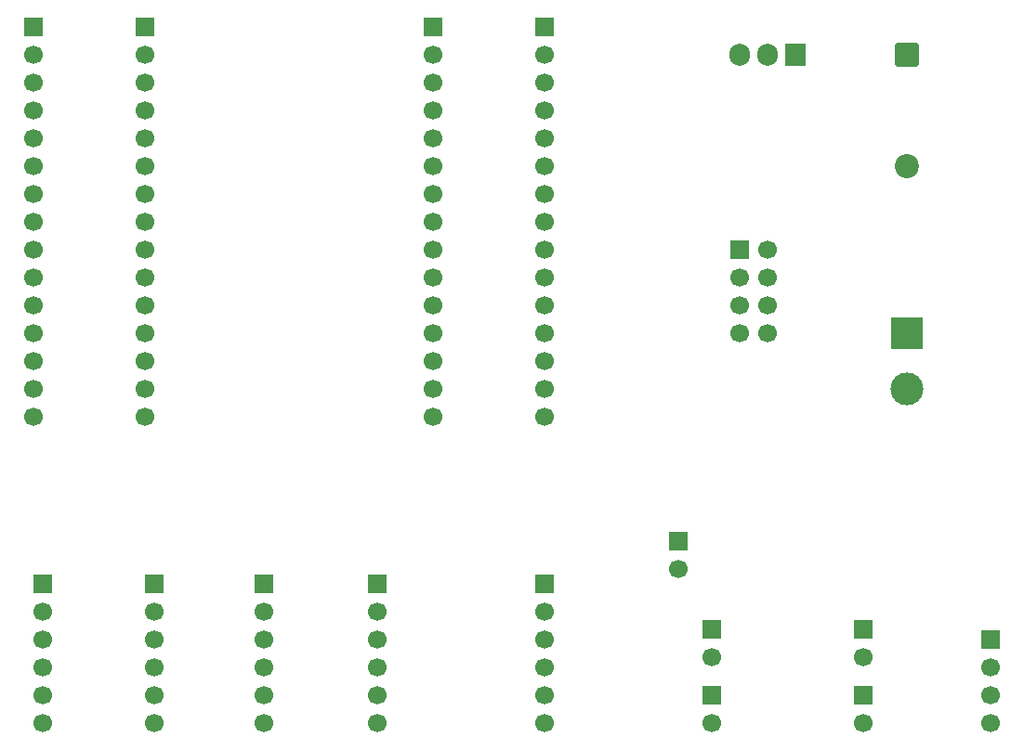
<source format=gbr>
%TF.GenerationSoftware,KiCad,Pcbnew,9.0.2*%
%TF.CreationDate,2025-06-20T14:16:00-03:00*%
%TF.ProjectId,rome,726f6d65-2e6b-4696-9361-645f70636258,0.1*%
%TF.SameCoordinates,Original*%
%TF.FileFunction,Copper,L2,Bot*%
%TF.FilePolarity,Positive*%
%FSLAX46Y46*%
G04 Gerber Fmt 4.6, Leading zero omitted, Abs format (unit mm)*
G04 Created by KiCad (PCBNEW 9.0.2) date 2025-06-20 14:16:00*
%MOMM*%
%LPD*%
G01*
G04 APERTURE LIST*
G04 Aperture macros list*
%AMRoundRect*
0 Rectangle with rounded corners*
0 $1 Rounding radius*
0 $2 $3 $4 $5 $6 $7 $8 $9 X,Y pos of 4 corners*
0 Add a 4 corners polygon primitive as box body*
4,1,4,$2,$3,$4,$5,$6,$7,$8,$9,$2,$3,0*
0 Add four circle primitives for the rounded corners*
1,1,$1+$1,$2,$3*
1,1,$1+$1,$4,$5*
1,1,$1+$1,$6,$7*
1,1,$1+$1,$8,$9*
0 Add four rect primitives between the rounded corners*
20,1,$1+$1,$2,$3,$4,$5,0*
20,1,$1+$1,$4,$5,$6,$7,0*
20,1,$1+$1,$6,$7,$8,$9,0*
20,1,$1+$1,$8,$9,$2,$3,0*%
G04 Aperture macros list end*
%TA.AperFunction,ComponentPad*%
%ADD10R,3.000000X3.000000*%
%TD*%
%TA.AperFunction,ComponentPad*%
%ADD11C,3.000000*%
%TD*%
%TA.AperFunction,ComponentPad*%
%ADD12R,1.700000X1.700000*%
%TD*%
%TA.AperFunction,ComponentPad*%
%ADD13C,1.700000*%
%TD*%
%TA.AperFunction,ComponentPad*%
%ADD14R,1.905000X2.000000*%
%TD*%
%TA.AperFunction,ComponentPad*%
%ADD15O,1.905000X2.000000*%
%TD*%
%TA.AperFunction,ComponentPad*%
%ADD16RoundRect,0.249999X-0.850001X0.850001X-0.850001X-0.850001X0.850001X-0.850001X0.850001X0.850001X0*%
%TD*%
%TA.AperFunction,ComponentPad*%
%ADD17C,2.200000*%
%TD*%
G04 APERTURE END LIST*
D10*
%TO.P,J1,1,Pin_1*%
%TO.N,VCC*%
X182880000Y-101600000D03*
D11*
%TO.P,J1,2,Pin_2*%
%TO.N,GND*%
X182880000Y-106680000D03*
%TD*%
D12*
%TO.P,HV1,1,Pin_1*%
%TO.N,HV1*%
X124300000Y-124460000D03*
D13*
%TO.P,HV1,2,Pin_2*%
%TO.N,HV2*%
X124300000Y-127000000D03*
%TO.P,HV1,3,Pin_3*%
%TO.N,+5V*%
X124300000Y-129540000D03*
%TO.P,HV1,4,Pin_4*%
%TO.N,GND*%
X124300000Y-132080000D03*
%TO.P,HV1,5,Pin_5*%
%TO.N,HV3*%
X124300000Y-134620000D03*
%TO.P,HV1,6,Pin_6*%
%TO.N,HV4*%
X124300000Y-137160000D03*
%TD*%
D12*
%TO.P,LVE1,1,Pin_1*%
%TO.N,LV1*%
X104140000Y-124460000D03*
D13*
%TO.P,LVE1,2,Pin_2*%
%TO.N,LV2*%
X104140000Y-127000000D03*
%TO.P,LVE1,3,Pin_3*%
%TO.N,+3.3V*%
X104140000Y-129540000D03*
%TO.P,LVE1,4,Pin_4*%
%TO.N,GND*%
X104140000Y-132080000D03*
%TO.P,LVE1,5,Pin_5*%
%TO.N,LV3*%
X104140000Y-134620000D03*
%TO.P,LVE1,6,Pin_6*%
%TO.N,LV4*%
X104140000Y-137160000D03*
%TD*%
D12*
%TO.P,DEVE1,1,Pin_1*%
%TO.N,+5V*%
X149860000Y-73660000D03*
D13*
%TO.P,DEVE1,2,Pin_2*%
%TO.N,GND*%
X149860000Y-76200000D03*
%TO.P,DEVE1,3,Pin_3*%
%TO.N,D13*%
X149860000Y-78740000D03*
%TO.P,DEVE1,4,Pin_4*%
%TO.N,D12*%
X149860000Y-81280000D03*
%TO.P,DEVE1,5,Pin_5*%
%TO.N,D14*%
X149860000Y-83820000D03*
%TO.P,DEVE1,6,Pin_6*%
%TO.N,D27*%
X149860000Y-86360000D03*
%TO.P,DEVE1,7,Pin_7*%
%TO.N,D26*%
X149860000Y-88900000D03*
%TO.P,DEVE1,8,Pin_8*%
%TO.N,D25*%
X149860000Y-91440000D03*
%TO.P,DEVE1,9,Pin_9*%
%TO.N,D33*%
X149860000Y-93980000D03*
%TO.P,DEVE1,10,Pin_10*%
%TO.N,D32*%
X149860000Y-96520000D03*
%TO.P,DEVE1,11,Pin_11*%
%TO.N,D35*%
X149860000Y-99060000D03*
%TO.P,DEVE1,12,Pin_12*%
%TO.N,D34*%
X149860000Y-101600000D03*
%TO.P,DEVE1,13,Pin_13*%
%TO.N,VN*%
X149860000Y-104140000D03*
%TO.P,DEVE1,14,Pin_14*%
%TO.N,VP*%
X149860000Y-106680000D03*
%TO.P,DEVE1,15,Pin_15*%
%TO.N,EN*%
X149860000Y-109220000D03*
%TD*%
D12*
%TO.P,HBE1,1,Pin_1*%
%TO.N,VIN*%
X149860000Y-124460000D03*
D13*
%TO.P,HBE1,2,Pin_2*%
%TO.N,GND*%
X149860000Y-127000000D03*
%TO.P,HBE1,3,Pin_3*%
%TO.N,IN1*%
X149860000Y-129540000D03*
%TO.P,HBE1,4,Pin_4*%
%TO.N,IN2*%
X149860000Y-132080000D03*
%TO.P,HBE1,5,Pin_5*%
%TO.N,IN3*%
X149860000Y-134620000D03*
%TO.P,HBE1,6,Pin_6*%
%TO.N,IN4*%
X149860000Y-137160000D03*
%TD*%
D12*
%TO.P,LV1,1,Pin_1*%
%TO.N,LV1*%
X114300000Y-124460000D03*
D13*
%TO.P,LV1,2,Pin_2*%
%TO.N,LV2*%
X114300000Y-127000000D03*
%TO.P,LV1,3,Pin_3*%
%TO.N,+3.3V*%
X114300000Y-129540000D03*
%TO.P,LV1,4,Pin_4*%
%TO.N,GND*%
X114300000Y-132080000D03*
%TO.P,LV1,5,Pin_5*%
%TO.N,LV3*%
X114300000Y-134620000D03*
%TO.P,LV1,6,Pin_6*%
%TO.N,LV4*%
X114300000Y-137160000D03*
%TD*%
D12*
%TO.P,HBOUT2,1,Pin_1*%
%TO.N,OUTB1*%
X178900000Y-134620000D03*
D13*
%TO.P,HBOUT2,2,Pin_2*%
%TO.N,OUTB2*%
X178900000Y-137160000D03*
%TD*%
D12*
%TO.P,HBIN1,1,Pin_1*%
%TO.N,IN1*%
X165100000Y-128620000D03*
D13*
%TO.P,HBIN1,2,Pin_2*%
%TO.N,IN2*%
X165100000Y-131160000D03*
%TD*%
D12*
%TO.P,HVE1,1,Pin_1*%
%TO.N,HV1*%
X134620000Y-124460000D03*
D13*
%TO.P,HVE1,2,Pin_2*%
%TO.N,HV2*%
X134620000Y-127000000D03*
%TO.P,HVE1,3,Pin_3*%
%TO.N,+5V*%
X134620000Y-129540000D03*
%TO.P,HVE1,4,Pin_4*%
%TO.N,GND*%
X134620000Y-132080000D03*
%TO.P,HVE1,5,Pin_5*%
%TO.N,HV3*%
X134620000Y-134620000D03*
%TO.P,HVE1,6,Pin_6*%
%TO.N,HV4*%
X134620000Y-137160000D03*
%TD*%
D12*
%TO.P,DEV1,1,Pin_1*%
%TO.N,+5V*%
X139700000Y-73660000D03*
D13*
%TO.P,DEV1,2,Pin_2*%
%TO.N,GND*%
X139700000Y-76200000D03*
%TO.P,DEV1,3,Pin_3*%
%TO.N,D13*%
X139700000Y-78740000D03*
%TO.P,DEV1,4,Pin_4*%
%TO.N,D12*%
X139700000Y-81280000D03*
%TO.P,DEV1,5,Pin_5*%
%TO.N,D14*%
X139700000Y-83820000D03*
%TO.P,DEV1,6,Pin_6*%
%TO.N,D27*%
X139700000Y-86360000D03*
%TO.P,DEV1,7,Pin_7*%
%TO.N,D26*%
X139700000Y-88900000D03*
%TO.P,DEV1,8,Pin_8*%
%TO.N,D25*%
X139700000Y-91440000D03*
%TO.P,DEV1,9,Pin_9*%
%TO.N,D33*%
X139700000Y-93980000D03*
%TO.P,DEV1,10,Pin_10*%
%TO.N,D32*%
X139700000Y-96520000D03*
%TO.P,DEV1,11,Pin_11*%
%TO.N,D35*%
X139700000Y-99060000D03*
%TO.P,DEV1,12,Pin_12*%
%TO.N,D34*%
X139700000Y-101600000D03*
%TO.P,DEV1,13,Pin_13*%
%TO.N,VN*%
X139700000Y-104140000D03*
%TO.P,DEV1,14,Pin_14*%
%TO.N,VP*%
X139700000Y-106680000D03*
%TO.P,DEV1,15,Pin_15*%
%TO.N,EN*%
X139700000Y-109220000D03*
%TD*%
D14*
%TO.P,U3,1,IN*%
%TO.N,Net-(D3-K)*%
X172720000Y-76200000D03*
D15*
%TO.P,U3,2,GND*%
%TO.N,GND*%
X170180000Y-76200000D03*
%TO.P,U3,3,OUT*%
%TO.N,+5V*%
X167640000Y-76200000D03*
%TD*%
D12*
%TO.P,J2,1,Pin_1*%
%TO.N,+5V*%
X167640000Y-93980000D03*
D13*
%TO.P,J2,2,Pin_2*%
%TO.N,GND*%
X170180000Y-93980000D03*
%TO.P,J2,3,Pin_3*%
%TO.N,+5V*%
X167640000Y-96520000D03*
%TO.P,J2,4,Pin_4*%
%TO.N,GND*%
X170180000Y-96520000D03*
%TO.P,J2,5,Pin_5*%
%TO.N,+5V*%
X167640000Y-99060000D03*
%TO.P,J2,6,Pin_6*%
%TO.N,GND*%
X170180000Y-99060000D03*
%TO.P,J2,7,Pin_7*%
%TO.N,+5V*%
X167640000Y-101600000D03*
%TO.P,J2,8,Pin_8*%
%TO.N,GND*%
X170180000Y-101600000D03*
%TD*%
D12*
%TO.P,DEV2,1,Pin_1*%
%TO.N,+3.3V*%
X113500000Y-73660000D03*
D13*
%TO.P,DEV2,2,Pin_2*%
%TO.N,GND*%
X113500000Y-76200000D03*
%TO.P,DEV2,3,Pin_3*%
%TO.N,D15*%
X113500000Y-78740000D03*
%TO.P,DEV2,4,Pin_4*%
%TO.N,D2*%
X113500000Y-81280000D03*
%TO.P,DEV2,5,Pin_5*%
%TO.N,D4*%
X113500000Y-83820000D03*
%TO.P,DEV2,6,Pin_6*%
%TO.N,RX2*%
X113500000Y-86360000D03*
%TO.P,DEV2,7,Pin_7*%
%TO.N,TX2*%
X113500000Y-88900000D03*
%TO.P,DEV2,8,Pin_8*%
%TO.N,D5*%
X113500000Y-91440000D03*
%TO.P,DEV2,9,Pin_9*%
%TO.N,D18*%
X113500000Y-93980000D03*
%TO.P,DEV2,10,Pin_10*%
%TO.N,D19*%
X113500000Y-96520000D03*
%TO.P,DEV2,11,Pin_11*%
%TO.N,D21*%
X113500000Y-99060000D03*
%TO.P,DEV2,12,Pin_12*%
%TO.N,RX0*%
X113500000Y-101600000D03*
%TO.P,DEV2,13,Pin_13*%
%TO.N,TX0*%
X113500000Y-104140000D03*
%TO.P,DEV2,14,Pin_14*%
%TO.N,D22*%
X113500000Y-106680000D03*
%TO.P,DEV2,15,Pin_15*%
%TO.N,D23*%
X113500000Y-109220000D03*
%TD*%
D12*
%TO.P,HBE2,1,Pin_1*%
%TO.N,OUTA1*%
X190500000Y-129540000D03*
D13*
%TO.P,HBE2,2,Pin_2*%
%TO.N,OUTA2*%
X190500000Y-132080000D03*
%TO.P,HBE2,3,Pin_3*%
%TO.N,OUTB1*%
X190500000Y-134620000D03*
%TO.P,HBE2,4,Pin_4*%
%TO.N,OUTB2*%
X190500000Y-137160000D03*
%TD*%
D12*
%TO.P,HBIN2,1,Pin_1*%
%TO.N,IN3*%
X165100000Y-134620000D03*
D13*
%TO.P,HBIN2,2,Pin_2*%
%TO.N,IN4*%
X165100000Y-137160000D03*
%TD*%
D16*
%TO.P,D3,1,K*%
%TO.N,Net-(D3-K)*%
X182880000Y-76200000D03*
D17*
%TO.P,D3,2,A*%
%TO.N,VCC*%
X182880000Y-86360000D03*
%TD*%
D12*
%TO.P,HBOUT1,1,Pin_1*%
%TO.N,OUTA1*%
X178900000Y-128620000D03*
D13*
%TO.P,HBOUT1,2,Pin_2*%
%TO.N,OUTA2*%
X178900000Y-131160000D03*
%TD*%
D12*
%TO.P,HBP1,1,Pin_1*%
%TO.N,VIN*%
X162100000Y-120620000D03*
D13*
%TO.P,HBP1,2,Pin_2*%
%TO.N,GND*%
X162100000Y-123160000D03*
%TD*%
D12*
%TO.P,DEVE2,1,Pin_1*%
%TO.N,+3.3V*%
X103340000Y-73660000D03*
D13*
%TO.P,DEVE2,2,Pin_2*%
%TO.N,GND*%
X103340000Y-76200000D03*
%TO.P,DEVE2,3,Pin_3*%
%TO.N,D15*%
X103340000Y-78740000D03*
%TO.P,DEVE2,4,Pin_4*%
%TO.N,D2*%
X103340000Y-81280000D03*
%TO.P,DEVE2,5,Pin_5*%
%TO.N,D4*%
X103340000Y-83820000D03*
%TO.P,DEVE2,6,Pin_6*%
%TO.N,RX2*%
X103340000Y-86360000D03*
%TO.P,DEVE2,7,Pin_7*%
%TO.N,TX2*%
X103340000Y-88900000D03*
%TO.P,DEVE2,8,Pin_8*%
%TO.N,D5*%
X103340000Y-91440000D03*
%TO.P,DEVE2,9,Pin_9*%
%TO.N,D18*%
X103340000Y-93980000D03*
%TO.P,DEVE2,10,Pin_10*%
%TO.N,D19*%
X103340000Y-96520000D03*
%TO.P,DEVE2,11,Pin_11*%
%TO.N,D21*%
X103340000Y-99060000D03*
%TO.P,DEVE2,12,Pin_12*%
%TO.N,RX0*%
X103340000Y-101600000D03*
%TO.P,DEVE2,13,Pin_13*%
%TO.N,TX0*%
X103340000Y-104140000D03*
%TO.P,DEVE2,14,Pin_14*%
%TO.N,D22*%
X103340000Y-106680000D03*
%TO.P,DEVE2,15,Pin_15*%
%TO.N,D23*%
X103340000Y-109220000D03*
%TD*%
M02*

</source>
